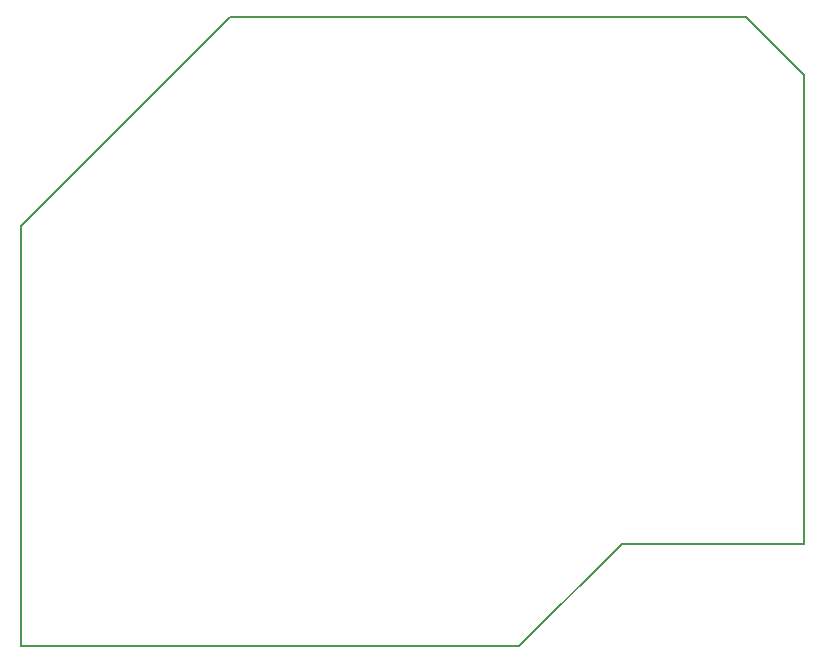
<source format=gm1>
G04 #@! TF.FileFunction,Profile,NP*
%FSLAX46Y46*%
G04 Gerber Fmt 4.6, Leading zero omitted, Abs format (unit mm)*
G04 Created by KiCad (PCBNEW 4.0.7-e2-6376~58~ubuntu17.04.1) date Fri Apr 27 15:57:42 2018*
%MOMM*%
%LPD*%
G01*
G04 APERTURE LIST*
%ADD10C,0.100000*%
%ADD11C,0.150000*%
G04 APERTURE END LIST*
D10*
D11*
X179400000Y-108400000D02*
X194800000Y-108400000D01*
X170700000Y-117100000D02*
X179400000Y-108400000D01*
X128500000Y-117100000D02*
X170700000Y-117100000D01*
X146200000Y-63800000D02*
X128500000Y-81500000D01*
X128500000Y-81500000D02*
X128500000Y-117100000D01*
X189900000Y-63800000D02*
X146200000Y-63800000D01*
X194800000Y-68700000D02*
X189900000Y-63800000D01*
X194800000Y-108400000D02*
X194800000Y-68700000D01*
M02*

</source>
